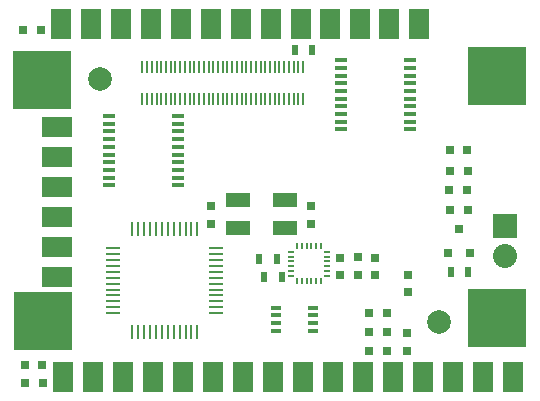
<source format=gbr>
G04 #@! TF.FileFunction,Soldermask,Top*
%FSLAX46Y46*%
G04 Gerber Fmt 4.6, Leading zero omitted, Abs format (unit mm)*
G04 Created by KiCad (PCBNEW 4.0.0-rc2-stable) date 6/30/2016 5:54:54 PM*
%MOMM*%
G01*
G04 APERTURE LIST*
%ADD10C,0.100000*%
%ADD11R,0.500000X0.900000*%
%ADD12R,0.800000X0.750000*%
%ADD13R,0.750000X0.800000*%
%ADD14R,0.797560X0.797560*%
%ADD15R,2.500000X1.700000*%
%ADD16R,1.700000X2.500000*%
%ADD17R,2.032000X2.032000*%
%ADD18O,2.032000X2.032000*%
%ADD19R,0.800100X0.800100*%
%ADD20R,0.990600X0.304800*%
%ADD21R,0.600000X0.230000*%
%ADD22R,0.230000X0.600000*%
%ADD23R,0.250000X1.300000*%
%ADD24R,1.300000X0.250000*%
%ADD25R,2.000000X1.300000*%
%ADD26C,1.998980*%
%ADD27R,0.198120X1.137920*%
%ADD28R,0.812800X0.355600*%
%ADD29R,5.000000X5.000000*%
G04 APERTURE END LIST*
D10*
D11*
X63380000Y-80690000D03*
X64880000Y-80690000D03*
X63790000Y-82170000D03*
X65290000Y-82170000D03*
D12*
X72710000Y-86820000D03*
X74210000Y-86820000D03*
X81040000Y-73180000D03*
X79540000Y-73180000D03*
X81080000Y-76540000D03*
X79580000Y-76540000D03*
X81020000Y-71440000D03*
X79520000Y-71440000D03*
X79482619Y-74825000D03*
X80982619Y-74825000D03*
D13*
X75970000Y-83480000D03*
X75970000Y-81980000D03*
X73210000Y-82040000D03*
X73210000Y-80540000D03*
X70200000Y-82040000D03*
X70200000Y-80540000D03*
D12*
X72710000Y-88450000D03*
X74210000Y-88450000D03*
X72720000Y-85190000D03*
X74220000Y-85190000D03*
D13*
X71750000Y-80520000D03*
X71750000Y-82020000D03*
X75930000Y-86900000D03*
X75930000Y-88400000D03*
X67750000Y-77670000D03*
X67750000Y-76170000D03*
X59340000Y-76200000D03*
X59340000Y-77700000D03*
D14*
X43400700Y-61300000D03*
X44899300Y-61300000D03*
X45029300Y-89630000D03*
X43530700Y-89630000D03*
X45049300Y-91150000D03*
X43550700Y-91150000D03*
D15*
X46275000Y-69485000D03*
X46275000Y-72025000D03*
X46275000Y-82185000D03*
X46275000Y-74565000D03*
X46275000Y-77105000D03*
X46275000Y-79645000D03*
D16*
X66900000Y-60755000D03*
X56740000Y-60755000D03*
X64360000Y-60755000D03*
X61820000Y-60755000D03*
X59280000Y-60755000D03*
X46600000Y-60775000D03*
X54220000Y-60775000D03*
X51680000Y-60775000D03*
X49140000Y-60775000D03*
X84890000Y-90615000D03*
X82350000Y-90615000D03*
X79810000Y-90615000D03*
X77270000Y-90615000D03*
X74730000Y-90615000D03*
X72190000Y-90615000D03*
X69650000Y-90615000D03*
X67110000Y-90615000D03*
X64570000Y-90615000D03*
X62030000Y-90615000D03*
X59490000Y-90615000D03*
X56950000Y-90615000D03*
X46790000Y-90615000D03*
X54410000Y-90615000D03*
X51870000Y-90615000D03*
X49330000Y-90615000D03*
D17*
X84160000Y-77840000D03*
D18*
X84160000Y-80380000D03*
D16*
X69346000Y-60767000D03*
X71886000Y-60767000D03*
D19*
X79350000Y-80150760D03*
X81250000Y-80150760D03*
X80300000Y-78151780D03*
D11*
X66380000Y-62940000D03*
X67880000Y-62940000D03*
X81100000Y-81750000D03*
X79600000Y-81750000D03*
D20*
X70312200Y-63825000D03*
X70312200Y-64475000D03*
X70312200Y-65125000D03*
X70312200Y-65775000D03*
X70312200Y-66425000D03*
X70312200Y-67075000D03*
X70312200Y-67725000D03*
X70312200Y-68375000D03*
X76147800Y-68375000D03*
X76147800Y-67725000D03*
X76147800Y-67075000D03*
X76147800Y-66425000D03*
X76147800Y-65775000D03*
X76147800Y-65125000D03*
X76147800Y-64475000D03*
X76147800Y-63825000D03*
X70312200Y-69025000D03*
X70312200Y-69675000D03*
X76147800Y-69025000D03*
X76147800Y-69675000D03*
X56537800Y-74405000D03*
X56537800Y-73755000D03*
X56537800Y-73105000D03*
X56537800Y-72455000D03*
X56537800Y-71805000D03*
X56537800Y-71155000D03*
X56537800Y-70505000D03*
X56537800Y-69855000D03*
X50702200Y-69855000D03*
X50702200Y-70505000D03*
X50702200Y-71155000D03*
X50702200Y-71805000D03*
X50702200Y-72455000D03*
X50702200Y-73105000D03*
X50702200Y-73755000D03*
X50702200Y-74405000D03*
X56537800Y-69205000D03*
X56537800Y-68555000D03*
X50702200Y-69205000D03*
X50702200Y-68555000D03*
D21*
X66110000Y-80050000D03*
X66110000Y-80450000D03*
X66110000Y-80850000D03*
X66110000Y-81250000D03*
X66110000Y-81650000D03*
X66110000Y-82050000D03*
D22*
X66610000Y-82550000D03*
X67010000Y-82550000D03*
X67410000Y-82550000D03*
X67810000Y-82550000D03*
X68210000Y-82550000D03*
X68610000Y-82550000D03*
D21*
X69110000Y-82050000D03*
X69110000Y-81650000D03*
X69110000Y-81250000D03*
X69110000Y-80850000D03*
X69110000Y-80450000D03*
X69110000Y-80050000D03*
D22*
X68610000Y-79550000D03*
X68210000Y-79550000D03*
X67810000Y-79550000D03*
X67410000Y-79550000D03*
X67010000Y-79550000D03*
X66610000Y-79550000D03*
D23*
X52650000Y-86840000D03*
X53150000Y-86840000D03*
X53650000Y-86840000D03*
X54150000Y-86840000D03*
X54650000Y-86840000D03*
X55150000Y-86840000D03*
X55650000Y-86840000D03*
X56150000Y-86840000D03*
X56650000Y-86840000D03*
X57150000Y-86840000D03*
X57650000Y-86840000D03*
X58150000Y-86840000D03*
D24*
X59750000Y-85240000D03*
X59750000Y-84740000D03*
X59750000Y-84240000D03*
X59750000Y-83740000D03*
X59750000Y-83240000D03*
X59750000Y-82740000D03*
X59750000Y-82240000D03*
X59750000Y-81740000D03*
X59750000Y-81240000D03*
X59750000Y-80740000D03*
X59750000Y-80240000D03*
X59750000Y-79740000D03*
D23*
X58150000Y-78140000D03*
X57650000Y-78140000D03*
X57150000Y-78140000D03*
X56650000Y-78140000D03*
X56150000Y-78140000D03*
X55650000Y-78140000D03*
X55150000Y-78140000D03*
X54650000Y-78140000D03*
X54150000Y-78140000D03*
X53650000Y-78140000D03*
X53150000Y-78140000D03*
X52650000Y-78140000D03*
D24*
X51050000Y-79740000D03*
X51050000Y-80240000D03*
X51050000Y-80740000D03*
X51050000Y-81240000D03*
X51050000Y-81740000D03*
X51050000Y-82240000D03*
X51050000Y-82740000D03*
X51050000Y-83240000D03*
X51050000Y-83740000D03*
X51050000Y-84240000D03*
X51050000Y-84740000D03*
X51050000Y-85240000D03*
D25*
X61560000Y-78060000D03*
X65560000Y-78060000D03*
X65560000Y-75660000D03*
X61560000Y-75660000D03*
D26*
X78597960Y-85978020D03*
X49908660Y-65378620D03*
D27*
X53497680Y-64428660D03*
X53497680Y-67067720D03*
X53899000Y-64428660D03*
X53899000Y-67067720D03*
X54297780Y-64428660D03*
X54297780Y-67067720D03*
X54699100Y-64428660D03*
X54699100Y-67067720D03*
X55097880Y-64428660D03*
X55097880Y-67067720D03*
X55499200Y-64428660D03*
X55499200Y-67067720D03*
X55897980Y-64428660D03*
X55897980Y-67067720D03*
X56299300Y-64428660D03*
X56299300Y-67067720D03*
X56698080Y-64428660D03*
X56698080Y-67067720D03*
X57099400Y-64428660D03*
X57099400Y-67067720D03*
X57498180Y-64428660D03*
X57498180Y-67067720D03*
X57899500Y-64428660D03*
X57899500Y-67067720D03*
X58298280Y-64428660D03*
X58298280Y-67067720D03*
X58699600Y-64428660D03*
X58699600Y-67067720D03*
X59098380Y-64428660D03*
X59098380Y-67067720D03*
X59499700Y-64428660D03*
X59499700Y-67067720D03*
X59898480Y-64428660D03*
X59898480Y-67067720D03*
X60299800Y-64428660D03*
X60299800Y-67067720D03*
X60698580Y-64428660D03*
X60698580Y-67067720D03*
X61099900Y-64428660D03*
X61099900Y-67067720D03*
X61498680Y-64428660D03*
X61498680Y-67067720D03*
X61900000Y-64428660D03*
X61900000Y-67067720D03*
X62298780Y-64428660D03*
X62298780Y-67067720D03*
X62697560Y-64428660D03*
X62697560Y-67067720D03*
X63098880Y-64428660D03*
X63098880Y-67067720D03*
X63497660Y-64428660D03*
X63497660Y-67067720D03*
X63898980Y-64428660D03*
X63898980Y-67067720D03*
X64297760Y-64428660D03*
X64297760Y-67067720D03*
X64699080Y-64428660D03*
X64699080Y-67067720D03*
X65097860Y-64428660D03*
X65097860Y-67067720D03*
X65499180Y-64428660D03*
X65499180Y-67067720D03*
X65897960Y-64428660D03*
X65897960Y-67067720D03*
X66299280Y-64428660D03*
X66299280Y-67067720D03*
X66698060Y-64428660D03*
X66698060Y-67067720D03*
X67099380Y-64428660D03*
X67099380Y-67067720D03*
D28*
X67919400Y-86740600D03*
X67919400Y-86080200D03*
X67919400Y-85419800D03*
X67919400Y-84759400D03*
X64820600Y-84759400D03*
X64820600Y-85419800D03*
X64820600Y-86080200D03*
X64820600Y-86740600D03*
D29*
X45030000Y-65480000D03*
X45110000Y-85930000D03*
X83560000Y-65150000D03*
X83510000Y-85660000D03*
D16*
X74360000Y-60775000D03*
X76900000Y-60775000D03*
M02*

</source>
